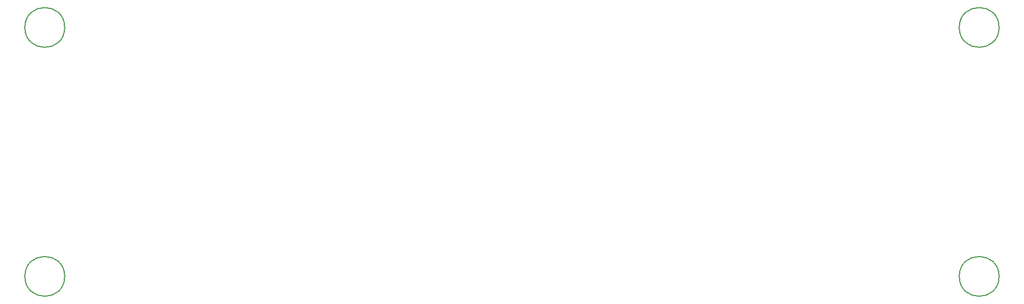
<source format=gbr>
%TF.GenerationSoftware,KiCad,Pcbnew,(6.0.7)*%
%TF.CreationDate,2022-08-24T09:32:17-04:00*%
%TF.ProjectId,PB_16,50425f31-362e-46b6-9963-61645f706362,v1*%
%TF.SameCoordinates,Original*%
%TF.FileFunction,Other,Comment*%
%FSLAX46Y46*%
G04 Gerber Fmt 4.6, Leading zero omitted, Abs format (unit mm)*
G04 Created by KiCad (PCBNEW (6.0.7)) date 2022-08-24 09:32:17*
%MOMM*%
%LPD*%
G01*
G04 APERTURE LIST*
%ADD10C,0.150000*%
G04 APERTURE END LIST*
D10*
%TO.C,REF\u002A\u002A*%
X95910000Y-116840000D02*
G75*
G03*
X95910000Y-116840000I-3200000J0D01*
G01*
X246024000Y-116840000D02*
G75*
G03*
X246024000Y-116840000I-3200000J0D01*
G01*
X95910000Y-76835000D02*
G75*
G03*
X95910000Y-76835000I-3200000J0D01*
G01*
X246024000Y-76835000D02*
G75*
G03*
X246024000Y-76835000I-3200000J0D01*
G01*
%TD*%
M02*

</source>
